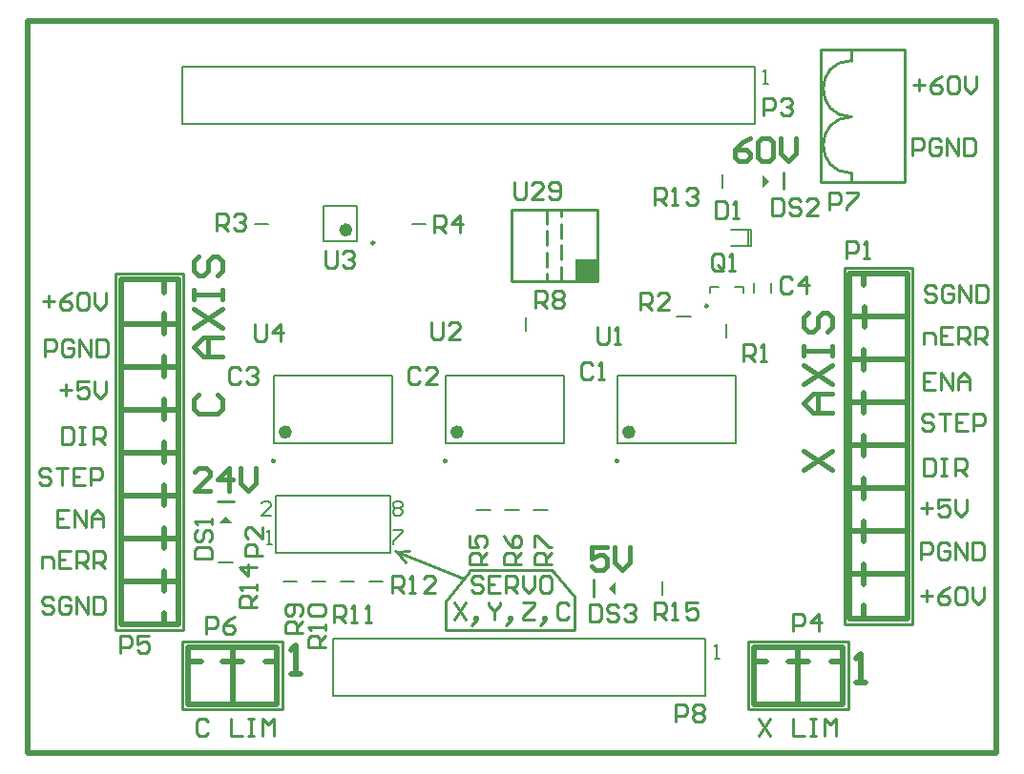
<source format=gto>
%FSLAX24Y24*%
%MOIN*%
G70*
G01*
G75*
G04 Layer_Color=65535*
%ADD10R,0.0492X0.0669*%
%ADD11O,0.0787X0.0138*%
%ADD12R,0.0551X0.0472*%
%ADD13R,0.0591X0.0512*%
%ADD14O,0.0236X0.0906*%
%ADD15R,0.0394X0.0551*%
%ADD16R,0.0472X0.0551*%
%ADD17R,0.0551X0.0394*%
%ADD18R,0.0236X0.0591*%
%ADD19R,0.0709X0.0512*%
%ADD20R,0.0598X0.0701*%
%ADD21C,0.0100*%
%ADD22C,0.0120*%
%ADD23C,0.0080*%
%ADD24C,0.1000*%
%ADD25C,0.0500*%
%ADD26C,0.2500*%
%ADD27C,0.0866*%
%ADD28C,0.0591*%
%ADD29R,0.0591X0.0591*%
%ADD30C,0.1270*%
%ADD31C,0.0500*%
%ADD32C,0.0250*%
%ADD33C,0.0098*%
%ADD34C,0.0236*%
%ADD35C,0.0200*%
%ADD36C,0.0079*%
%ADD37C,0.0197*%
%ADD38C,0.0150*%
%ADD39R,0.0750X0.0750*%
G36*
X20549Y5514D02*
X20313Y5750D01*
X20549Y5986D01*
X20549Y5514D01*
D02*
G37*
G36*
X7167Y8028D02*
X6695Y8028D01*
X6931Y8264D01*
X7167Y8028D01*
D02*
G37*
G36*
X25904Y20000D02*
X25667Y19764D01*
X25667Y20236D01*
X25904Y20000D01*
D02*
G37*
D21*
X28787Y22234D02*
G03*
X28787Y20266I0J-984D01*
G01*
Y24202D02*
G03*
X28787Y22234I0J-984D01*
G01*
X3097Y4300D02*
X5459D01*
Y16750D01*
X3097D02*
X5459D01*
X3097Y4300D02*
Y16750D01*
X8915Y1516D02*
Y3878D01*
X5431D02*
X8915D01*
X5431Y1516D02*
Y3878D01*
Y1516D02*
X8915D01*
X28665D02*
Y3878D01*
X25181D02*
X28665D01*
X25181Y1516D02*
Y3878D01*
Y1516D02*
X28665D01*
X30915Y4500D02*
Y16950D01*
X28553Y4500D02*
X30915D01*
X28553D02*
Y16950D01*
X30915D01*
X27711Y19950D02*
Y24596D01*
Y19950D02*
X30651D01*
X27711Y24596D02*
X30651D01*
X28781Y19950D02*
Y20250D01*
X30651Y19950D02*
Y24596D01*
X28787Y24203D02*
Y24596D01*
X19791Y5455D02*
Y6045D01*
X6636Y8785D02*
X7226D01*
X26425Y19705D02*
Y20295D01*
X12850Y7050D02*
X15250Y6100D01*
X12900Y7030D02*
X13200Y6650D01*
X12900Y7030D02*
X13350Y7050D01*
X14600Y5300D02*
X15400Y6300D01*
X14600Y4300D02*
Y5300D01*
Y4300D02*
X19100D01*
Y5450D01*
X18399Y6300D02*
X19100Y5450D01*
X18300Y6400D02*
X18399Y6300D01*
X15450Y6400D02*
X18300D01*
X15400Y6300D02*
X15450Y6400D01*
X16900Y16500D02*
X19900D01*
X16900D02*
Y19000D01*
X19900D01*
Y16500D02*
Y19000D01*
X18650Y16500D02*
Y17000D01*
Y17250D02*
Y17750D01*
Y18000D02*
Y18500D01*
Y18750D02*
Y19000D01*
X18150Y18500D02*
Y19000D01*
Y17750D02*
Y18250D01*
Y17000D02*
Y17500D01*
Y16500D02*
Y16750D01*
X19750Y13550D02*
X19650Y13650D01*
X19450D01*
X19350Y13550D01*
Y13150D01*
X19450Y13050D01*
X19650D01*
X19750Y13150D01*
X19950Y13050D02*
X20150D01*
X20050D01*
Y13650D01*
X19950Y13550D01*
X13700Y13400D02*
X13600Y13500D01*
X13400D01*
X13300Y13400D01*
Y13000D01*
X13400Y12900D01*
X13600D01*
X13700Y13000D01*
X14300Y12900D02*
X13900D01*
X14300Y13300D01*
Y13400D01*
X14200Y13500D01*
X14000D01*
X13900Y13400D01*
X7450D02*
X7350Y13500D01*
X7150D01*
X7050Y13400D01*
Y13000D01*
X7150Y12900D01*
X7350D01*
X7450Y13000D01*
X7650Y13400D02*
X7750Y13500D01*
X7950D01*
X8050Y13400D01*
Y13300D01*
X7950Y13200D01*
X7850D01*
X7950D01*
X8050Y13100D01*
Y13000D01*
X7950Y12900D01*
X7750D01*
X7650Y13000D01*
X26700Y16550D02*
X26600Y16650D01*
X26400D01*
X26300Y16550D01*
Y16150D01*
X26400Y16050D01*
X26600D01*
X26700Y16150D01*
X27200Y16050D02*
Y16650D01*
X26900Y16350D01*
X27300D01*
X24049Y19277D02*
Y18677D01*
X24348D01*
X24448Y18777D01*
Y19177D01*
X24348Y19277D01*
X24049D01*
X24648Y18677D02*
X24848D01*
X24748D01*
Y19277D01*
X24648Y19177D01*
X5850Y6800D02*
X6450D01*
Y7100D01*
X6350Y7200D01*
X5950D01*
X5850Y7100D01*
Y6800D01*
X5950Y7800D02*
X5850Y7700D01*
Y7500D01*
X5950Y7400D01*
X6050D01*
X6150Y7500D01*
Y7700D01*
X6250Y7800D01*
X6350D01*
X6450Y7700D01*
Y7500D01*
X6350Y7400D01*
X6450Y8000D02*
Y8200D01*
Y8100D01*
X5850D01*
X5950Y8000D01*
X26000Y19400D02*
Y18800D01*
X26300D01*
X26400Y18900D01*
Y19300D01*
X26300Y19400D01*
X26000D01*
X27000Y19300D02*
X26900Y19400D01*
X26700D01*
X26600Y19300D01*
Y19200D01*
X26700Y19100D01*
X26900D01*
X27000Y19000D01*
Y18900D01*
X26900Y18800D01*
X26700D01*
X26600Y18900D01*
X27599Y18800D02*
X27200D01*
X27599Y19200D01*
Y19300D01*
X27500Y19400D01*
X27300D01*
X27200Y19300D01*
X19650Y5200D02*
Y4600D01*
X19950D01*
X20050Y4700D01*
Y5100D01*
X19950Y5200D01*
X19650D01*
X20650Y5100D02*
X20550Y5200D01*
X20350D01*
X20250Y5100D01*
Y5000D01*
X20350Y4900D01*
X20550D01*
X20650Y4800D01*
Y4700D01*
X20550Y4600D01*
X20350D01*
X20250Y4700D01*
X20850Y5100D02*
X20950Y5200D01*
X21150D01*
X21249Y5100D01*
Y5000D01*
X21150Y4900D01*
X21050D01*
X21150D01*
X21249Y4800D01*
Y4700D01*
X21150Y4600D01*
X20950D01*
X20850Y4700D01*
X28600Y17300D02*
Y17900D01*
X28900D01*
X29000Y17800D01*
Y17600D01*
X28900Y17500D01*
X28600D01*
X29200Y17300D02*
X29400D01*
X29300D01*
Y17900D01*
X29200Y17800D01*
X8200Y6900D02*
X7600D01*
Y7200D01*
X7700Y7300D01*
X7900D01*
X8000Y7200D01*
Y6900D01*
X8200Y7900D02*
Y7500D01*
X7800Y7900D01*
X7700D01*
X7600Y7800D01*
Y7600D01*
X7700Y7500D01*
X25700Y22300D02*
Y22900D01*
X26000D01*
X26100Y22800D01*
Y22600D01*
X26000Y22500D01*
X25700D01*
X26300Y22800D02*
X26400Y22900D01*
X26600D01*
X26700Y22800D01*
Y22700D01*
X26600Y22600D01*
X26500D01*
X26600D01*
X26700Y22500D01*
Y22400D01*
X26600Y22300D01*
X26400D01*
X26300Y22400D01*
X26750Y4250D02*
Y4850D01*
X27050D01*
X27150Y4750D01*
Y4550D01*
X27050Y4450D01*
X26750D01*
X27650Y4250D02*
Y4850D01*
X27350Y4550D01*
X27750D01*
X3250Y3500D02*
Y4100D01*
X3550D01*
X3650Y4000D01*
Y3800D01*
X3550Y3700D01*
X3250D01*
X4250Y4100D02*
X3850D01*
Y3800D01*
X4050Y3900D01*
X4150D01*
X4250Y3800D01*
Y3600D01*
X4150Y3500D01*
X3950D01*
X3850Y3600D01*
X6250Y4150D02*
Y4750D01*
X6550D01*
X6650Y4650D01*
Y4450D01*
X6550Y4350D01*
X6250D01*
X7250Y4750D02*
X7050Y4650D01*
X6850Y4450D01*
Y4250D01*
X6950Y4150D01*
X7150D01*
X7250Y4250D01*
Y4350D01*
X7150Y4450D01*
X6850D01*
X22650Y1100D02*
Y1700D01*
X22950D01*
X23050Y1600D01*
Y1400D01*
X22950Y1300D01*
X22650D01*
X23250Y1600D02*
X23350Y1700D01*
X23550D01*
X23650Y1600D01*
Y1500D01*
X23550Y1400D01*
X23650Y1300D01*
Y1200D01*
X23550Y1100D01*
X23350D01*
X23250Y1200D01*
Y1300D01*
X23350Y1400D01*
X23250Y1500D01*
Y1600D01*
X23350Y1400D02*
X23550D01*
X25000Y13700D02*
Y14300D01*
X25300D01*
X25400Y14200D01*
Y14000D01*
X25300Y13900D01*
X25000D01*
X25200D02*
X25400Y13700D01*
X25600D02*
X25800D01*
X25700D01*
Y14300D01*
X25600Y14200D01*
X21400Y15500D02*
Y16100D01*
X21700D01*
X21800Y16000D01*
Y15800D01*
X21700Y15700D01*
X21400D01*
X21600D02*
X21800Y15500D01*
X22400D02*
X22000D01*
X22400Y15900D01*
Y16000D01*
X22300Y16100D01*
X22100D01*
X22000Y16000D01*
X6600Y18250D02*
Y18850D01*
X6900D01*
X7000Y18750D01*
Y18550D01*
X6900Y18450D01*
X6600D01*
X6800D02*
X7000Y18250D01*
X7200Y18750D02*
X7300Y18850D01*
X7500D01*
X7600Y18750D01*
Y18650D01*
X7500Y18550D01*
X7400D01*
X7500D01*
X7600Y18450D01*
Y18350D01*
X7500Y18250D01*
X7300D01*
X7200Y18350D01*
X14200Y18200D02*
Y18800D01*
X14500D01*
X14600Y18700D01*
Y18500D01*
X14500Y18400D01*
X14200D01*
X14400D02*
X14600Y18200D01*
X15100D02*
Y18800D01*
X14800Y18500D01*
X15200D01*
X16050Y6600D02*
X15450D01*
Y6900D01*
X15550Y7000D01*
X15750D01*
X15850Y6900D01*
Y6600D01*
Y6800D02*
X16050Y7000D01*
X15450Y7600D02*
Y7200D01*
X15750D01*
X15650Y7400D01*
Y7500D01*
X15750Y7600D01*
X15950D01*
X16050Y7500D01*
Y7300D01*
X15950Y7200D01*
X17250Y6600D02*
X16650D01*
Y6900D01*
X16750Y7000D01*
X16950D01*
X17050Y6900D01*
Y6600D01*
Y6800D02*
X17250Y7000D01*
X16650Y7600D02*
X16750Y7400D01*
X16950Y7200D01*
X17150D01*
X17250Y7300D01*
Y7500D01*
X17150Y7600D01*
X17050D01*
X16950Y7500D01*
Y7200D01*
X18300Y6600D02*
X17700D01*
Y6900D01*
X17800Y7000D01*
X18000D01*
X18100Y6900D01*
Y6600D01*
Y6800D02*
X18300Y7000D01*
X17700Y7200D02*
Y7600D01*
X17800D01*
X18200Y7200D01*
X18300D01*
X17750Y15550D02*
Y16150D01*
X18050D01*
X18150Y16050D01*
Y15850D01*
X18050Y15750D01*
X17750D01*
X17950D02*
X18150Y15550D01*
X18350Y16050D02*
X18450Y16150D01*
X18650D01*
X18750Y16050D01*
Y15950D01*
X18650Y15850D01*
X18750Y15750D01*
Y15650D01*
X18650Y15550D01*
X18450D01*
X18350Y15650D01*
Y15750D01*
X18450Y15850D01*
X18350Y15950D01*
Y16050D01*
X18450Y15850D02*
X18650D01*
X9600Y4200D02*
X9000D01*
Y4500D01*
X9100Y4600D01*
X9300D01*
X9400Y4500D01*
Y4200D01*
Y4400D02*
X9600Y4600D01*
X9500Y4800D02*
X9600Y4900D01*
Y5100D01*
X9500Y5200D01*
X9100D01*
X9000Y5100D01*
Y4900D01*
X9100Y4800D01*
X9200D01*
X9300Y4900D01*
Y5200D01*
X10400Y3700D02*
X9800D01*
Y4000D01*
X9900Y4100D01*
X10100D01*
X10200Y4000D01*
Y3700D01*
Y3900D02*
X10400Y4100D01*
Y4300D02*
Y4500D01*
Y4400D01*
X9800D01*
X9900Y4300D01*
Y4800D02*
X9800Y4900D01*
Y5100D01*
X9900Y5200D01*
X10300D01*
X10400Y5100D01*
Y4900D01*
X10300Y4800D01*
X9900D01*
X10700Y4550D02*
Y5150D01*
X11000D01*
X11100Y5050D01*
Y4850D01*
X11000Y4750D01*
X10700D01*
X10900D02*
X11100Y4550D01*
X11300D02*
X11500D01*
X11400D01*
Y5150D01*
X11300Y5050D01*
X11800Y4550D02*
X12000D01*
X11900D01*
Y5150D01*
X11800Y5050D01*
X12750Y5600D02*
Y6200D01*
X13050D01*
X13150Y6100D01*
Y5900D01*
X13050Y5800D01*
X12750D01*
X12950D02*
X13150Y5600D01*
X13350D02*
X13550D01*
X13450D01*
Y6200D01*
X13350Y6100D01*
X14250Y5600D02*
X13850D01*
X14250Y6000D01*
Y6100D01*
X14150Y6200D01*
X13950D01*
X13850Y6100D01*
X21900Y19150D02*
Y19750D01*
X22200D01*
X22300Y19650D01*
Y19450D01*
X22200Y19350D01*
X21900D01*
X22100D02*
X22300Y19150D01*
X22500D02*
X22700D01*
X22600D01*
Y19750D01*
X22500Y19650D01*
X23000D02*
X23100Y19750D01*
X23300D01*
X23400Y19650D01*
Y19550D01*
X23300Y19450D01*
X23200D01*
X23300D01*
X23400Y19350D01*
Y19250D01*
X23300Y19150D01*
X23100D01*
X23000Y19250D01*
X8000Y5100D02*
X7400D01*
Y5400D01*
X7500Y5500D01*
X7700D01*
X7800Y5400D01*
Y5100D01*
Y5300D02*
X8000Y5500D01*
Y5700D02*
Y5900D01*
Y5800D01*
X7400D01*
X7500Y5700D01*
X8000Y6500D02*
X7400D01*
X7700Y6200D01*
Y6600D01*
X21900Y4650D02*
Y5250D01*
X22200D01*
X22300Y5150D01*
Y4950D01*
X22200Y4850D01*
X21900D01*
X22100D02*
X22300Y4650D01*
X22500D02*
X22700D01*
X22600D01*
Y5250D01*
X22500Y5150D01*
X23400Y5250D02*
X23000D01*
Y4950D01*
X23200Y5050D01*
X23300D01*
X23400Y4950D01*
Y4750D01*
X23300Y4650D01*
X23100D01*
X23000Y4750D01*
X19900Y14900D02*
Y14400D01*
X20000Y14300D01*
X20200D01*
X20300Y14400D01*
Y14900D01*
X20500Y14300D02*
X20700D01*
X20600D01*
Y14900D01*
X20500Y14800D01*
X14100Y15050D02*
Y14550D01*
X14200Y14450D01*
X14400D01*
X14500Y14550D01*
Y15050D01*
X15100Y14450D02*
X14700D01*
X15100Y14850D01*
Y14950D01*
X15000Y15050D01*
X14800D01*
X14700Y14950D01*
X10400Y17550D02*
Y17050D01*
X10500Y16950D01*
X10700D01*
X10800Y17050D01*
Y17550D01*
X11000Y17450D02*
X11100Y17550D01*
X11300D01*
X11400Y17450D01*
Y17350D01*
X11300Y17250D01*
X11200D01*
X11300D01*
X11400Y17150D01*
Y17050D01*
X11300Y16950D01*
X11100D01*
X11000Y17050D01*
X7950Y15000D02*
Y14500D01*
X8050Y14400D01*
X8250D01*
X8350Y14500D01*
Y15000D01*
X8850Y14400D02*
Y15000D01*
X8550Y14700D01*
X8950D01*
X24300Y16950D02*
Y17350D01*
X24200Y17450D01*
X24000D01*
X23900Y17350D01*
Y16950D01*
X24000Y16850D01*
X24200D01*
X24100Y17050D02*
X24300Y16850D01*
X24200D02*
X24300Y16950D01*
X24500Y16850D02*
X24700D01*
X24600D01*
Y17450D01*
X24500Y17350D01*
X28000Y19000D02*
Y19600D01*
X28300D01*
X28400Y19500D01*
Y19300D01*
X28300Y19200D01*
X28000D01*
X28600Y19600D02*
X29000D01*
Y19500D01*
X28600Y19100D01*
Y19000D01*
X17000Y19950D02*
Y19450D01*
X17100Y19350D01*
X17300D01*
X17400Y19450D01*
Y19950D01*
X18000Y19350D02*
X17600D01*
X18000Y19750D01*
Y19850D01*
X17900Y19950D01*
X17700D01*
X17600Y19850D01*
X18200Y19450D02*
X18300Y19350D01*
X18500D01*
X18599Y19450D01*
Y19850D01*
X18500Y19950D01*
X18300D01*
X18200Y19850D01*
Y19750D01*
X18300Y19650D01*
X18599D01*
X31750Y16250D02*
X31650Y16350D01*
X31450D01*
X31350Y16250D01*
Y16150D01*
X31450Y16050D01*
X31650D01*
X31750Y15950D01*
Y15850D01*
X31650Y15750D01*
X31450D01*
X31350Y15850D01*
X32350Y16250D02*
X32250Y16350D01*
X32050D01*
X31950Y16250D01*
Y15850D01*
X32050Y15750D01*
X32250D01*
X32350Y15850D01*
Y16050D01*
X32150D01*
X32550Y15750D02*
Y16350D01*
X32949Y15750D01*
Y16350D01*
X33149D02*
Y15750D01*
X33449D01*
X33549Y15850D01*
Y16250D01*
X33449Y16350D01*
X33149D01*
X900Y5350D02*
X800Y5450D01*
X600D01*
X500Y5350D01*
Y5250D01*
X600Y5150D01*
X800D01*
X900Y5050D01*
Y4950D01*
X800Y4850D01*
X600D01*
X500Y4950D01*
X1500Y5350D02*
X1400Y5450D01*
X1200D01*
X1100Y5350D01*
Y4950D01*
X1200Y4850D01*
X1400D01*
X1500Y4950D01*
Y5150D01*
X1300D01*
X1700Y4850D02*
Y5450D01*
X2099Y4850D01*
Y5450D01*
X2299D02*
Y4850D01*
X2599D01*
X2699Y4950D01*
Y5350D01*
X2599Y5450D01*
X2299D01*
X31300Y14300D02*
Y14700D01*
X31600D01*
X31700Y14600D01*
Y14300D01*
X32300Y14900D02*
X31900D01*
Y14300D01*
X32300D01*
X31900Y14600D02*
X32100D01*
X32500Y14300D02*
Y14900D01*
X32800D01*
X32899Y14800D01*
Y14600D01*
X32800Y14500D01*
X32500D01*
X32700D02*
X32899Y14300D01*
X33099D02*
Y14900D01*
X33399D01*
X33499Y14800D01*
Y14600D01*
X33399Y14500D01*
X33099D01*
X33299D02*
X33499Y14300D01*
X500Y6450D02*
Y6850D01*
X800D01*
X900Y6750D01*
Y6450D01*
X1500Y7050D02*
X1100D01*
Y6450D01*
X1500D01*
X1100Y6750D02*
X1300D01*
X1700Y6450D02*
Y7050D01*
X2000D01*
X2099Y6950D01*
Y6750D01*
X2000Y6650D01*
X1700D01*
X1900D02*
X2099Y6450D01*
X2299D02*
Y7050D01*
X2599D01*
X2699Y6950D01*
Y6750D01*
X2599Y6650D01*
X2299D01*
X2499D02*
X2699Y6450D01*
X31700Y13300D02*
X31300D01*
Y12700D01*
X31700D01*
X31300Y13000D02*
X31500D01*
X31900Y12700D02*
Y13300D01*
X32300Y12700D01*
Y13300D01*
X32500Y12700D02*
Y13100D01*
X32700Y13300D01*
X32899Y13100D01*
Y12700D01*
Y13000D01*
X32500D01*
X1450Y8500D02*
X1050D01*
Y7900D01*
X1450D01*
X1050Y8200D02*
X1250D01*
X1650Y7900D02*
Y8500D01*
X2050Y7900D01*
Y8500D01*
X2250Y7900D02*
Y8300D01*
X2450Y8500D01*
X2649Y8300D01*
Y7900D01*
Y8200D01*
X2250D01*
X31650Y11750D02*
X31550Y11850D01*
X31350D01*
X31250Y11750D01*
Y11650D01*
X31350Y11550D01*
X31550D01*
X31650Y11450D01*
Y11350D01*
X31550Y11250D01*
X31350D01*
X31250Y11350D01*
X31850Y11850D02*
X32250D01*
X32050D01*
Y11250D01*
X32849Y11850D02*
X32450D01*
Y11250D01*
X32849D01*
X32450Y11550D02*
X32650D01*
X33049Y11250D02*
Y11850D01*
X33349D01*
X33449Y11750D01*
Y11550D01*
X33349Y11450D01*
X33049D01*
X800Y9850D02*
X700Y9950D01*
X500D01*
X400Y9850D01*
Y9750D01*
X500Y9650D01*
X700D01*
X800Y9550D01*
Y9450D01*
X700Y9350D01*
X500D01*
X400Y9450D01*
X1000Y9950D02*
X1400D01*
X1200D01*
Y9350D01*
X1999Y9950D02*
X1600D01*
Y9350D01*
X1999D01*
X1600Y9650D02*
X1800D01*
X2199Y9350D02*
Y9950D01*
X2499D01*
X2599Y9850D01*
Y9650D01*
X2499Y9550D01*
X2199D01*
X31300Y10300D02*
Y9700D01*
X31600D01*
X31700Y9800D01*
Y10200D01*
X31600Y10300D01*
X31300D01*
X31900D02*
X32100D01*
X32000D01*
Y9700D01*
X31900D01*
X32100D01*
X32400D02*
Y10300D01*
X32700D01*
X32800Y10200D01*
Y10000D01*
X32700Y9900D01*
X32400D01*
X32600D02*
X32800Y9700D01*
X1200Y11400D02*
Y10800D01*
X1500D01*
X1600Y10900D01*
Y11300D01*
X1500Y11400D01*
X1200D01*
X1800D02*
X2000D01*
X1900D01*
Y10800D01*
X1800D01*
X2000D01*
X2300D02*
Y11400D01*
X2600D01*
X2700Y11300D01*
Y11100D01*
X2600Y11000D01*
X2300D01*
X2500D02*
X2700Y10800D01*
X31200Y8550D02*
X31600D01*
X31400Y8750D02*
Y8350D01*
X32200Y8850D02*
X31800D01*
Y8550D01*
X32000Y8650D01*
X32100D01*
X32200Y8550D01*
Y8350D01*
X32100Y8250D01*
X31900D01*
X31800Y8350D01*
X32400Y8850D02*
Y8450D01*
X32600Y8250D01*
X32799Y8450D01*
Y8850D01*
X1150Y12700D02*
X1550D01*
X1350Y12900D02*
Y12500D01*
X2150Y13000D02*
X1750D01*
Y12700D01*
X1950Y12800D01*
X2050D01*
X2150Y12700D01*
Y12500D01*
X2050Y12400D01*
X1850D01*
X1750Y12500D01*
X2350Y13000D02*
Y12600D01*
X2550Y12400D01*
X2749Y12600D01*
Y13000D01*
X31200Y6750D02*
Y7350D01*
X31500D01*
X31600Y7250D01*
Y7050D01*
X31500Y6950D01*
X31200D01*
X32200Y7250D02*
X32100Y7350D01*
X31900D01*
X31800Y7250D01*
Y6850D01*
X31900Y6750D01*
X32100D01*
X32200Y6850D01*
Y7050D01*
X32000D01*
X32400Y6750D02*
Y7350D01*
X32799Y6750D01*
Y7350D01*
X32999D02*
Y6750D01*
X33299D01*
X33399Y6850D01*
Y7250D01*
X33299Y7350D01*
X32999D01*
X600Y13850D02*
Y14450D01*
X900D01*
X1000Y14350D01*
Y14150D01*
X900Y14050D01*
X600D01*
X1600Y14350D02*
X1500Y14450D01*
X1300D01*
X1200Y14350D01*
Y13950D01*
X1300Y13850D01*
X1500D01*
X1600Y13950D01*
Y14150D01*
X1400D01*
X1800Y13850D02*
Y14450D01*
X2199Y13850D01*
Y14450D01*
X2399D02*
Y13850D01*
X2699D01*
X2799Y13950D01*
Y14350D01*
X2699Y14450D01*
X2399D01*
X31200Y5500D02*
X31600D01*
X31400Y5700D02*
Y5300D01*
X32200Y5800D02*
X32000Y5700D01*
X31800Y5500D01*
Y5300D01*
X31900Y5200D01*
X32100D01*
X32200Y5300D01*
Y5400D01*
X32100Y5500D01*
X31800D01*
X32400Y5700D02*
X32500Y5800D01*
X32700D01*
X32799Y5700D01*
Y5300D01*
X32700Y5200D01*
X32500D01*
X32400Y5300D01*
Y5700D01*
X32999Y5800D02*
Y5400D01*
X33199Y5200D01*
X33399Y5400D01*
Y5800D01*
X550Y15800D02*
X950D01*
X750Y16000D02*
Y15600D01*
X1550Y16100D02*
X1350Y16000D01*
X1150Y15800D01*
Y15600D01*
X1250Y15500D01*
X1450D01*
X1550Y15600D01*
Y15700D01*
X1450Y15800D01*
X1150D01*
X1750Y16000D02*
X1850Y16100D01*
X2050D01*
X2149Y16000D01*
Y15600D01*
X2050Y15500D01*
X1850D01*
X1750Y15600D01*
Y16000D01*
X2349Y16100D02*
Y15700D01*
X2549Y15500D01*
X2749Y15700D01*
Y16100D01*
X30950Y23350D02*
X31350D01*
X31150Y23550D02*
Y23150D01*
X31950Y23650D02*
X31750Y23550D01*
X31550Y23350D01*
Y23150D01*
X31650Y23050D01*
X31850D01*
X31950Y23150D01*
Y23250D01*
X31850Y23350D01*
X31550D01*
X32150Y23550D02*
X32250Y23650D01*
X32450D01*
X32549Y23550D01*
Y23150D01*
X32450Y23050D01*
X32250D01*
X32150Y23150D01*
Y23550D01*
X32749Y23650D02*
Y23250D01*
X32949Y23050D01*
X33149Y23250D01*
Y23650D01*
X30900Y20900D02*
Y21500D01*
X31200D01*
X31300Y21400D01*
Y21200D01*
X31200Y21100D01*
X30900D01*
X31900Y21400D02*
X31800Y21500D01*
X31600D01*
X31500Y21400D01*
Y21000D01*
X31600Y20900D01*
X31800D01*
X31900Y21000D01*
Y21200D01*
X31700D01*
X32100Y20900D02*
Y21500D01*
X32499Y20900D01*
Y21500D01*
X32699D02*
Y20900D01*
X32999D01*
X33099Y21000D01*
Y21400D01*
X32999Y21500D01*
X32699D01*
X25550Y1200D02*
X25950Y600D01*
Y1200D02*
X25550Y600D01*
X26750Y1200D02*
Y600D01*
X27149D01*
X27349Y1200D02*
X27549D01*
X27449D01*
Y600D01*
X27349D01*
X27549D01*
X27849D02*
Y1200D01*
X28049Y1000D01*
X28249Y1200D01*
Y600D01*
X6300Y1100D02*
X6200Y1200D01*
X6000D01*
X5900Y1100D01*
Y700D01*
X6000Y600D01*
X6200D01*
X6300Y700D01*
X7100Y1200D02*
Y600D01*
X7499D01*
X7699Y1200D02*
X7899D01*
X7799D01*
Y600D01*
X7699D01*
X7899D01*
X8199D02*
Y1200D01*
X8399Y1000D01*
X8599Y1200D01*
Y600D01*
X15900Y6100D02*
X15800Y6200D01*
X15600D01*
X15500Y6100D01*
Y6000D01*
X15600Y5900D01*
X15800D01*
X15900Y5800D01*
Y5700D01*
X15800Y5600D01*
X15600D01*
X15500Y5700D01*
X16500Y6200D02*
X16100D01*
Y5600D01*
X16500D01*
X16100Y5900D02*
X16300D01*
X16700Y5600D02*
Y6200D01*
X17000D01*
X17099Y6100D01*
Y5900D01*
X17000Y5800D01*
X16700D01*
X16900D02*
X17099Y5600D01*
X17299Y6200D02*
Y5800D01*
X17499Y5600D01*
X17699Y5800D01*
Y6200D01*
X18199D02*
X17999D01*
X17899Y6100D01*
Y5700D01*
X17999Y5600D01*
X18199D01*
X18299Y5700D01*
Y6100D01*
X18199Y6200D01*
X14900Y5250D02*
X15300Y4650D01*
Y5250D02*
X14900Y4650D01*
X15600Y4550D02*
X15700Y4650D01*
Y4750D01*
X15600D01*
Y4650D01*
X15700D01*
X15600Y4550D01*
X15500Y4450D01*
X16100Y5250D02*
Y5150D01*
X16300Y4950D01*
X16499Y5150D01*
Y5250D01*
X16300Y4950D02*
Y4650D01*
X16799Y4550D02*
X16899Y4650D01*
Y4750D01*
X16799D01*
Y4650D01*
X16899D01*
X16799Y4550D01*
X16699Y4450D01*
X17299Y5250D02*
X17699D01*
Y5150D01*
X17299Y4750D01*
Y4650D01*
X17699D01*
X17999Y4550D02*
X18099Y4650D01*
Y4750D01*
X17999D01*
Y4650D01*
X18099D01*
X17999Y4550D01*
X17899Y4450D01*
X18899Y5150D02*
X18799Y5250D01*
X18599D01*
X18499Y5150D01*
Y4750D01*
X18599Y4650D01*
X18799D01*
X18899Y4750D01*
D23*
X25700Y23400D02*
X25867D01*
X25783D01*
Y23900D01*
X25700Y23817D01*
X24000Y3300D02*
X24167D01*
X24083D01*
Y3800D01*
X24000Y3717D01*
X8381Y7300D02*
X8548D01*
X8464D01*
Y7800D01*
X8381Y7717D01*
X8514Y8300D02*
X8181D01*
X8514Y8633D01*
Y8717D01*
X8431Y8800D01*
X8264D01*
X8181Y8717D01*
X12781Y7800D02*
X13114D01*
Y7717D01*
X12781Y7383D01*
Y7300D01*
Y8717D02*
X12864Y8800D01*
X13031D01*
X13114Y8717D01*
Y8633D01*
X13031Y8550D01*
X13114Y8467D01*
Y8383D01*
X13031Y8300D01*
X12864D01*
X12781Y8383D01*
Y8467D01*
X12864Y8550D01*
X12781Y8633D01*
Y8717D01*
X12864Y8550D02*
X13031D01*
D33*
X12122Y17831D02*
G03*
X12122Y17831I-49J0D01*
G01*
X20646Y10209D02*
G03*
X20646Y10209I-49J0D01*
G01*
X14646D02*
G03*
X14646Y10209I-49J0D01*
G01*
X8646D02*
G03*
X8646Y10209I-49J0D01*
G01*
X23772Y15626D02*
G03*
X23772Y15626I-49J0D01*
G01*
D34*
X11246Y18283D02*
G03*
X11246Y18283I-118J0D01*
G01*
X21126Y11213D02*
G03*
X21126Y11213I-118J0D01*
G01*
X15126D02*
G03*
X15126Y11213I-118J0D01*
G01*
X9126D02*
G03*
X9126Y11213I-118J0D01*
G01*
D35*
X0Y0D02*
Y25591D01*
X33858D01*
Y0D02*
Y25591D01*
X0Y0D02*
X33858D01*
X9200Y2750D02*
X9533D01*
X9367D01*
Y3750D01*
X9200Y3583D01*
X28950Y2450D02*
X29283D01*
X29117D01*
Y3450D01*
X28950Y3283D01*
D36*
X24596Y18295D02*
X25266D01*
X24596Y17705D02*
X25266D01*
Y18295D01*
X25191Y17705D02*
Y18295D01*
X5431Y22000D02*
Y24000D01*
Y22000D02*
X25431D01*
X5431Y24000D02*
X25431D01*
Y22000D02*
Y24000D01*
X10681Y2000D02*
Y4000D01*
Y2000D02*
X23681D01*
X10681Y4000D02*
X23681D01*
Y2000D02*
Y4000D01*
X10341Y17890D02*
Y19110D01*
Y17890D02*
X11522D01*
Y19110D01*
X10341D02*
X11522D01*
X13445Y18500D02*
X13917D01*
X7945D02*
X8417D01*
X20614Y10819D02*
Y13181D01*
X24748D01*
X20614Y10819D02*
X24748D01*
Y13181D01*
X14614Y10819D02*
Y13181D01*
X18748D01*
X14614Y10819D02*
X18748D01*
Y13181D01*
X8614Y10819D02*
Y13181D01*
X12748D01*
X8614Y10819D02*
X12748D01*
Y13181D01*
X11945Y6000D02*
X12417D01*
X10945D02*
X11417D01*
X9945D02*
X10417D01*
X8945D02*
X9417D01*
X15695Y8500D02*
X16167D01*
X16695D02*
X17167D01*
X17695D02*
X18167D01*
X24285Y19764D02*
Y20236D01*
X6695Y6646D02*
X7167D01*
X8681Y7000D02*
Y9000D01*
Y7000D02*
X12681D01*
X8681Y9000D02*
X12681D01*
Y7000D02*
Y9000D01*
X22695Y15250D02*
X23167D01*
X23841Y16079D02*
Y16276D01*
X24156D01*
X24707D02*
X25022D01*
Y16079D02*
Y16276D01*
X24431Y14514D02*
Y14986D01*
X25366Y16093D02*
Y16407D01*
X25996Y16093D02*
Y16407D01*
X17431Y14764D02*
Y15236D01*
X22181Y5514D02*
Y5986D01*
D37*
X4781Y14650D02*
Y15350D01*
X3278Y15000D02*
X5278D01*
X4781Y13150D02*
Y13850D01*
X3278Y13500D02*
X5278D01*
X3278Y6000D02*
X5278D01*
X4778Y5650D02*
Y6350D01*
X3278Y4500D02*
Y16550D01*
Y4500D02*
X5281D01*
X4781D02*
Y4900D01*
Y7150D02*
Y7850D01*
X3281Y7500D02*
X5281D01*
X3281Y9000D02*
X5281D01*
X4781Y8650D02*
Y9350D01*
X3278Y12000D02*
X5278D01*
X3281Y10500D02*
X5281D01*
X4781Y16100D02*
Y16500D01*
Y10150D02*
Y10850D01*
Y11650D02*
Y12350D01*
X5281Y4500D02*
Y16550D01*
X3278D02*
X5281D01*
X7181Y1697D02*
Y3697D01*
X6831Y3197D02*
X7531D01*
X5631Y1697D02*
X8731D01*
X5631Y3697D02*
X8731D01*
Y1697D02*
Y3697D01*
X8331Y3200D02*
X8731D01*
X5631Y1697D02*
Y3697D01*
X5681Y3200D02*
X6081D01*
X26931Y1697D02*
Y3697D01*
X26581Y3197D02*
X27281D01*
X25381Y1697D02*
X28481D01*
X25381Y3697D02*
X28481D01*
Y1697D02*
Y3697D01*
X28081Y3200D02*
X28481D01*
X25381Y1697D02*
Y3697D01*
X25431Y3200D02*
X25831D01*
X28731Y4700D02*
X30734D01*
X28731D02*
Y16750D01*
X29231Y8900D02*
Y9600D01*
Y10400D02*
Y11100D01*
Y4750D02*
Y5150D01*
X28731Y10750D02*
X30731D01*
X28734Y9250D02*
X30734D01*
X29231Y11900D02*
Y12600D01*
X28731Y12250D02*
X30731D01*
X28731Y13750D02*
X30731D01*
X29231Y13400D02*
Y14100D01*
Y16350D02*
Y16750D01*
X28731D02*
X30734D01*
Y4700D02*
Y16750D01*
X29234Y14900D02*
Y15600D01*
X28734Y15250D02*
X30734D01*
X28734Y7750D02*
X30734D01*
X29231Y7400D02*
Y8100D01*
X28734Y6250D02*
X30734D01*
X29231Y5900D02*
Y6600D01*
D38*
X27100Y9900D02*
X28100Y10566D01*
X27100D02*
X28100Y9900D01*
Y11899D02*
X27434D01*
X27100Y12233D01*
X27434Y12566D01*
X28100D01*
X27600D01*
Y11899D01*
X27100Y12899D02*
X28100Y13565D01*
X27100D02*
X28100Y12899D01*
X27100Y13899D02*
Y14232D01*
Y14065D01*
X28100D01*
Y13899D01*
Y14232D01*
X27267Y15398D02*
X27100Y15232D01*
Y14898D01*
X27267Y14732D01*
X27434D01*
X27600Y14898D01*
Y15232D01*
X27767Y15398D01*
X27933D01*
X28100Y15232D01*
Y14898D01*
X27933Y14732D01*
X5967Y12516D02*
X5800Y12350D01*
Y12017D01*
X5967Y11850D01*
X6633D01*
X6800Y12017D01*
Y12350D01*
X6633Y12516D01*
X6800Y13849D02*
X6134D01*
X5800Y14183D01*
X6134Y14516D01*
X6800D01*
X6300D01*
Y13849D01*
X5800Y14849D02*
X6800Y15515D01*
X5800D02*
X6800Y14849D01*
X5800Y15849D02*
Y16182D01*
Y16015D01*
X6800D01*
Y15849D01*
Y16182D01*
X5967Y17348D02*
X5800Y17182D01*
Y16848D01*
X5967Y16682D01*
X6134D01*
X6300Y16848D01*
Y17182D01*
X6467Y17348D01*
X6633D01*
X6800Y17182D01*
Y16848D01*
X6633Y16682D01*
X20233Y7200D02*
X19700D01*
Y6800D01*
X19967Y6933D01*
X20100D01*
X20233Y6800D01*
Y6533D01*
X20100Y6400D01*
X19833D01*
X19700Y6533D01*
X20500Y7200D02*
Y6667D01*
X20766Y6400D01*
X21033Y6667D01*
Y7200D01*
X6383Y9150D02*
X5850D01*
X6383Y9683D01*
Y9816D01*
X6250Y9950D01*
X5983D01*
X5850Y9816D01*
X7050Y9150D02*
Y9950D01*
X6650Y9550D01*
X7183D01*
X7449Y9950D02*
Y9417D01*
X7716Y9150D01*
X7983Y9417D01*
Y9950D01*
X25233Y21500D02*
X24967Y21366D01*
X24700Y21100D01*
Y20833D01*
X24833Y20700D01*
X25100D01*
X25233Y20833D01*
Y20967D01*
X25100Y21100D01*
X24700D01*
X25500Y21366D02*
X25633Y21500D01*
X25900D01*
X26033Y21366D01*
Y20833D01*
X25900Y20700D01*
X25633D01*
X25500Y20833D01*
Y21366D01*
X26299Y21500D02*
Y20967D01*
X26566Y20700D01*
X26833Y20967D01*
Y21500D01*
D39*
X19525Y16875D02*
D03*
M02*

</source>
